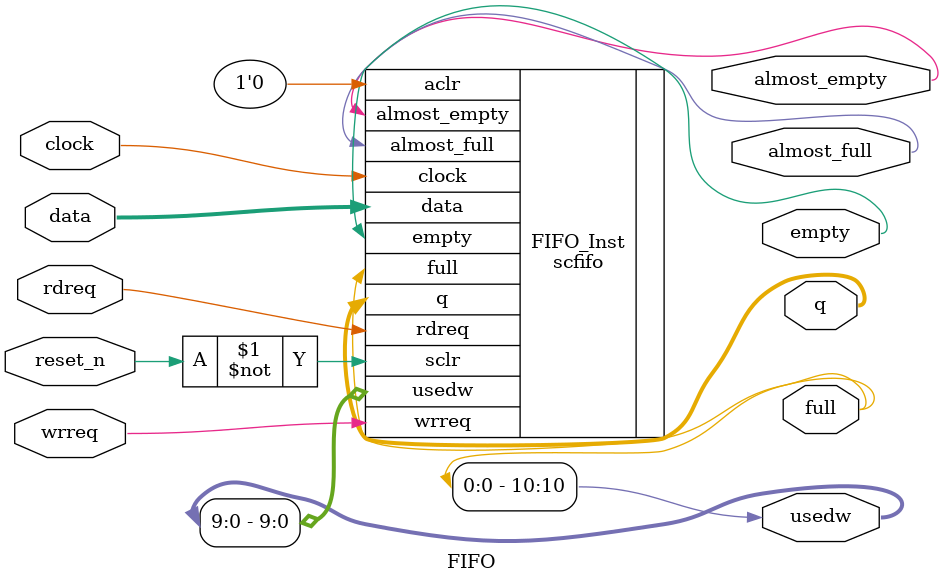
<source format=v>

module FIFO
#(
    parameter LOG_DEPTH      = 10,
    parameter WIDTH          = 32,
    parameter ALMOSTFULL_VAL = (2**LOG_DEPTH)/2,
    parameter ALMOSTEMPTY_VAL= 1,
    parameter USE_LUTRAM     = 0,
    parameter USE_OUTREG     = 1,
    parameter DBG_ENABLE     = 0
)
(
    input                       clock,
    input                       reset_n,

    input                       wrreq,
    input [WIDTH-1:0]           data,
    output                      full,
    output                      almost_full,
    output [LOG_DEPTH:0]        usedw,

    input                       rdreq,
    output                      empty,
    output                      almost_empty,
    output [WIDTH-1:0]          q
);

    scfifo FIFO_Inst
    (
        .clock          (clock),
        .sclr           (~reset_n),
        .aclr           (1'b0),

        .wrreq          (wrreq),
        .data           (data),
        .full           (full),
        .almost_full    (almost_full),
        .usedw          (usedw[LOG_DEPTH-1:0]),

        .rdreq          (rdreq),
        .empty          (empty),
        .almost_empty   (almost_empty),
        .q              (q)
    );

    assign usedw[LOG_DEPTH] = full;

	defparam
		FIFO_Inst.add_ram_output_register = (USE_OUTREG == 1) ? "ON" : "OFF",
		FIFO_Inst.almost_full_value = ALMOSTFULL_VAL,
        FIFO_Inst.almost_empty_value = ALMOSTEMPTY_VAL,
		FIFO_Inst.intended_device_family = "Stratix V",
		FIFO_Inst.lpm_hint = USE_LUTRAM ? "RAM_BLOCK_TYPE=MLAB" : "RAM_BLOCK_TYPE=M20K",
		FIFO_Inst.lpm_numwords = 2**LOG_DEPTH,
		FIFO_Inst.lpm_showahead = "ON",
		FIFO_Inst.lpm_type = "scfifo",
		FIFO_Inst.lpm_width = WIDTH,
		FIFO_Inst.lpm_widthu = LOG_DEPTH,
		FIFO_Inst.overflow_checking = "OFF",
		FIFO_Inst.underflow_checking = "OFF",
		FIFO_Inst.use_eab = "ON";

endmodule

</source>
